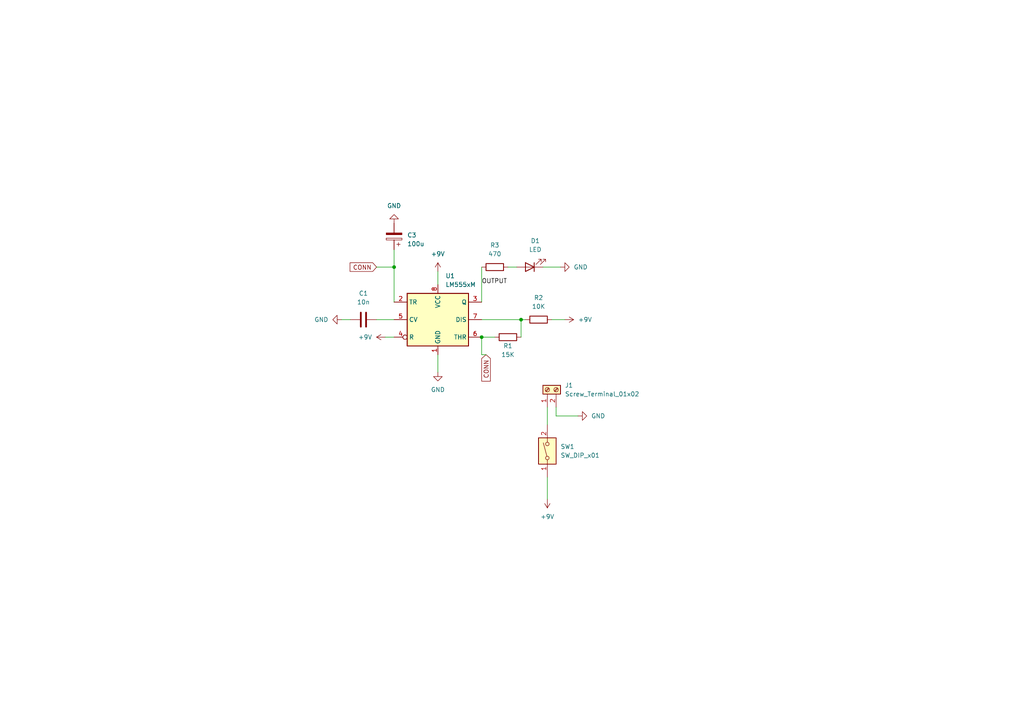
<source format=kicad_sch>
(kicad_sch (version 20230121) (generator eeschema)
  (paper "A4")
  (lib_symbols
    (symbol "Connector:Screw_Terminal_01x02" (pin_names (offset 1.016) hide)
      (property "Reference" "J" (at 0 2.54 0))
      (property "Value" "Screw_Terminal_01x02" (at 0 -5.08 0))
      (symbol "Screw_Terminal_01x02_1_1"
        (rectangle (start -1.27 1.27) (end 1.27 -3.81) (stroke (width 0.254)) (fill (type background)))
        (circle (center 0 -2.54) (radius 0.635) (stroke (width 0.1524)))
        (polyline (pts (xy -0.5334 -2.2098) (xy 0.3302 -3.048)) (stroke (width 0.1524)))
        (polyline (pts (xy -0.5334 0.3302) (xy 0.3302 -0.508)) (stroke (width 0.1524)))
        (polyline (pts (xy -0.3556 -2.032) (xy 0.508 -2.8702)) (stroke (width 0.1524)))
        (polyline (pts (xy -0.3556 0.508) (xy 0.508 -0.3302)) (stroke (width 0.1524)))
        (circle (center 0 0) (radius 0.635) (stroke (width 0.1524)))
        (pin passive line (at -5.08 0 0) (length 3.81) (name "Pin_1") (number "1"))
        (pin passive line (at -5.08 -2.54 0) (length 3.81) (name "Pin_2") (number "2"))
      )
    )
    (symbol "Device:C" (pin_numbers hide) (pin_names (offset 0.254))
      (property "Reference" "C" (at 0.635 2.54 0))
      (property "Value" "C" (at 0.635 -2.54 0))
      (symbol "C_0_1"
        (polyline (pts (xy -2.032 -0.762) (xy 2.032 -0.762)) (stroke (width 0.508)))
        (polyline (pts (xy -2.032 0.762) (xy 2.032 0.762)) (stroke (width 0.508)))
      )
      (symbol "C_1_1"
        (pin passive line (at 0 3.81 270) (length 2.794) (name "~") (number "1"))
        (pin passive line (at 0 -3.81 90) (length 2.794) (name "~") (number "2"))
      )
    )
    (symbol "Device:C_Polarized" (pin_numbers hide) (pin_names (offset 0.254))
      (property "Reference" "C" (at 0.635 2.54 0))
      (property "Value" "C_Polarized" (at 0.635 -2.54 0))
      (symbol "C_Polarized_0_1"
        (rectangle (start -2.286 0.508) (end 2.286 1.016))
        (polyline (pts (xy -1.778 2.286) (xy -0.762 2.286)))
        (polyline (pts (xy -1.27 2.794) (xy -1.27 1.778)))
        (rectangle (start 2.286 -0.508) (end -2.286 -1.016) (fill (type outline)))
      )
      (symbol "C_Polarized_1_1"
        (pin passive line (at 0 3.81 270) (length 2.794) (name "~") (number "1"))
        (pin passive line (at 0 -3.81 90) (length 2.794) (name "~") (number "2"))
      )
    )
    (symbol "Device:LED" (pin_numbers hide) (pin_names (offset 1.016) hide)
      (property "Reference" "D" (at 0 2.54 0))
      (property "Value" "LED" (at 0 -2.54 0))
      (symbol "LED_0_1"
        (polyline (pts (xy -1.27 -1.27) (xy -1.27 1.27)) (stroke (width 0.254)))
        (polyline (pts (xy -1.27 0) (xy 1.27 0)))
        (polyline (pts (xy 1.27 -1.27) (xy 1.27 1.27) (xy -1.27 0) (xy 1.27 -1.27)) (stroke (width 0.254)))
        (polyline (pts (xy -3.048 -0.762) (xy -4.572 -2.286) (xy -3.81 -2.286) (xy -4.572 -2.286) (xy -4.572 -1.524)))
        (polyline (pts (xy -1.778 -0.762) (xy -3.302 -2.286) (xy -2.54 -2.286) (xy -3.302 -2.286) (xy -3.302 -1.524)))
      )
      (symbol "LED_1_1"
        (pin passive line (at -3.81 0 0) (length 2.54) (name "K") (number "1"))
        (pin passive line (at 3.81 0 180) (length 2.54) (name "A") (number "2"))
      )
    )
    (symbol "Device:R" (pin_numbers hide) (pin_names (offset 0))
      (property "Reference" "R" (at 2.032 0 90))
      (property "Value" "R" (at 0 0 90))
      (symbol "R_0_1"
        (rectangle (start -1.016 -2.54) (end 1.016 2.54) (stroke (width 0.254)))
      )
      (symbol "R_1_1"
        (pin passive line (at 0 3.81 270) (length 1.27) (name "~") (number "1"))
        (pin passive line (at 0 -3.81 90) (length 1.27) (name "~") (number "2"))
      )
    )
    (symbol "Switch:SW_DIP_x01" (pin_names (offset 0) hide)
      (property "Reference" "SW" (at 0 3.81 0))
      (property "Value" "SW_DIP_x01" (at 0 -3.81 0))
      (symbol "SW_DIP_x01_0_0"
        (circle (center -2.032 0) (radius 0.508))
        (polyline (pts (xy -1.524 0.127) (xy 2.3622 1.1684)))
        (circle (center 2.032 0) (radius 0.508))
      )
      (symbol "SW_DIP_x01_0_1"
        (rectangle (start -3.81 2.54) (end 3.81 -2.54) (stroke (width 0.254)) (fill (type background)))
      )
      (symbol "SW_DIP_x01_1_1"
        (pin passive line (at -7.62 0 0) (length 5.08) (name "~") (number "1"))
        (pin passive line (at 7.62 0 180) (length 5.08) (name "~") (number "2"))
      )
    )
    (symbol "Timer:LM555xM"
      (property "Reference" "U" (at -10.16 8.89 0))
      (property "Value" "LM555xM" (at 2.54 8.89 0))
      (symbol "LM555xM_0_0"
        (pin power_in line (at 0 -10.16 90) (length 2.54) (name "GND") (number "1"))
        (pin power_in line (at 0 10.16 270) (length 2.54) (name "VCC") (number "8"))
      )
      (symbol "LM555xM_0_1"
        (rectangle (start -8.89 -7.62) (end 8.89 7.62) (stroke (width 0.254)) (fill (type background)))
        (rectangle (start -8.89 -7.62) (end 8.89 7.62) (stroke (width 0.254)) (fill (type background)))
      )
      (symbol "LM555xM_1_1"
        (pin input line (at -12.7 5.08 0) (length 3.81) (name "TR") (number "2"))
        (pin output line (at 12.7 5.08 180) (length 3.81) (name "Q") (number "3"))
        (pin input inverted (at -12.7 -5.08 0) (length 3.81) (name "R") (number "4"))
        (pin input line (at -12.7 0 0) (length 3.81) (name "CV") (number "5"))
        (pin input line (at 12.7 -5.08 180) (length 3.81) (name "THR") (number "6"))
        (pin input line (at 12.7 0 180) (length 3.81) (name "DIS") (number "7"))
      )
    )
    (symbol "power:+9V" (power) (pin_names (offset 0))
      (property "Value" "+9V" (at 0 3.556 0))
      (symbol "+9V_0_1"
        (polyline (pts (xy -0.762 1.27) (xy 0 2.54)))
        (polyline (pts (xy 0 0) (xy 0 2.54)))
        (polyline (pts (xy 0 2.54) (xy 0.762 1.27)))
      )
      (symbol "+9V_1_1"
        (pin power_in line (at 0 0 90) (length 0) hide (name "+9V") (number "1"))
      )
    )
    (symbol "power:GND" (power) (pin_names (offset 0))
      (property "Value" "GND" (at 0 -3.81 0))
      (symbol "GND_0_1"
        (polyline (pts (xy 0 0) (xy 0 -1.27) (xy 1.27 -1.27) (xy 0 -2.54) (xy -1.27 -1.27) (xy 0 -1.27)))
      )
      (symbol "GND_1_1"
        (pin power_in line (at 0 0 270) (length 0) hide (name "GND") (number "1"))
      )
    )
  )
  (junction (at 114.3 77.47))
  (junction (at 151.13 92.71))
  (junction (at 139.7 97.79))
  (wire (pts (xy 151.13 92.71) (xy 152.4 92.71)))
  (wire (pts (xy 158.75 118.11) (xy 158.75 123.19)))
  (wire (pts (xy 127 78.74) (xy 127 82.55)))
  (wire (pts (xy 109.22 92.71) (xy 114.3 92.71)))
  (wire (pts (xy 127 107.95) (xy 127 102.87)))
  (wire (pts (xy 139.7 92.71) (xy 151.13 92.71)))
  (wire (pts (xy 167.64 120.65) (xy 161.29 120.65)))
  (wire (pts (xy 139.7 77.47) (xy 139.7 87.63)))
  (wire (pts (xy 157.48 77.47) (xy 162.56 77.47)))
  (wire (pts (xy 114.3 72.39) (xy 114.3 77.47)))
  (wire (pts (xy 147.32 77.47) (xy 149.86 77.47)))
  (wire (pts (xy 139.7 102.87) (xy 140.97 102.87)))
  (wire (pts (xy 139.7 97.79) (xy 139.7 102.87)))
  (wire (pts (xy 99.06 92.71) (xy 101.6 92.71)))
  (wire (pts (xy 109.22 77.47) (xy 114.3 77.47)))
  (wire (pts (xy 151.13 92.71) (xy 151.13 97.79)))
  (wire (pts (xy 143.51 97.79) (xy 139.7 97.79)))
  (wire (pts (xy 163.83 92.71) (xy 160.02 92.71)))
  (wire (pts (xy 161.29 120.65) (xy 161.29 118.11)))
  (wire (pts (xy 114.3 77.47) (xy 114.3 87.63)))
  (wire (pts (xy 111.76 97.79) (xy 114.3 97.79)))
  (wire (pts (xy 158.75 138.43) (xy 158.75 144.78)))
  (label "OUTPUT" (at 139.7 82.55 0))
  (global_label "CONN" (shape input) (at 140.97 102.87 270) (property "Intersheetrefs" "${INTERSHEET_REFS}" (effects hide)))
  (global_label "CONN" (shape input) (at 109.22 77.47 180) (property "Intersheetrefs" "${INTERSHEET_REFS}" (effects hide)))
  (symbol (lib_id "Device:C") (at 105.41 92.71 90) (unit 1)
    (property "Reference" "C1" (at 105.41 85.09 90))
    (property "Value" "10n" (at 105.41 87.63 90))
    (property "Footprint" "Capacitor_THT:C_Disc_D4.7mm_W2.5mm_P5.00mm" (effects hide))
  )
  (symbol (lib_id "power:GND") (at 114.3 64.77 180) (unit 1)
    (property "Reference" "#PWR06" (effects hide))
    (property "Value" "GND" (at 114.3 59.69 0))
  )
  (symbol (lib_id "Device:R") (at 143.51 77.47 90) (unit 1)
    (property "Reference" "R3" (at 143.51 71.12 90))
    (property "Value" "470" (at 143.51 73.66 90))
    (property "Footprint" "Resistor_THT:R_Axial_DIN0207_L6.3mm_D2.5mm_P10.16mm_Horizontal" (effects hide))
  )
  (symbol (lib_id "Switch:SW_DIP_x01") (at 158.75 130.81 90) (unit 1)
    (property "Reference" "SW1" (at 162.56 129.54 90) (effects (justify right)))
    (property "Value" "SW_DIP_x01" (at 162.56 132.08 90) (effects (justify right)))
    (property "Footprint" "Button_Switch_THT:SW_DIP_SPSTx01_Slide_6.7x4.1mm_W7.62mm_P2.54mm_LowProfile" (effects hide))
  )
  (symbol (lib_id "Device:C_Polarized") (at 114.3 68.58 180) (unit 1)
    (property "Reference" "C3" (at 118.11 68.199 0) (effects (justify right)))
    (property "Value" "100u" (at 118.11 70.739 0) (effects (justify right)))
    (property "Footprint" "Capacitor_THT:CP_Radial_D12.5mm_P7.50mm" (effects hide))
  )
  (symbol (lib_id "power:GND") (at 127 107.95 0) (unit 1)
    (property "Reference" "#PWR01" (effects hide))
    (property "Value" "GND" (at 127 113.03 0))
  )
  (symbol (lib_id "Device:R") (at 156.21 92.71 90) (unit 1)
    (property "Reference" "R2" (at 156.21 86.36 90))
    (property "Value" "10K" (at 156.21 88.9 90))
    (property "Footprint" "Resistor_THT:R_Axial_DIN0207_L6.3mm_D2.5mm_P10.16mm_Horizontal" (effects hide))
  )
  (symbol (lib_id "Timer:LM555xM") (at 127 92.71 0) (unit 1)
    (property "Reference" "U1" (at 129.1941 80.01 0) (effects (justify left)))
    (property "Value" "LM555xM" (at 129.1941 82.55 0) (effects (justify left)))
    (property "Footprint" "Package_SO:SOIC-8_3.9x4.9mm_P1.27mm" (effects hide))
    (property "Datasheet" "http://www.ti.com/lit/ds/symlink/lm555.pdf" (effects hide))
  )
  (symbol (lib_id "power:GND") (at 99.06 92.71 270) (unit 1)
    (property "Reference" "#PWR04" (effects hide))
    (property "Value" "GND" (at 95.25 92.71 90) (effects (justify right)))
  )
  (symbol (lib_id "power:+9V") (at 127 78.74 0) (unit 1)
    (property "Reference" "#PWR02" (effects hide))
    (property "Value" "+9V" (at 127 73.66 0))
  )
  (symbol (lib_id "power:GND") (at 167.64 120.65 90) (unit 1)
    (property "Reference" "#PWR09" (effects hide))
    (property "Value" "GND" (at 171.45 120.65 90) (effects (justify right)))
  )
  (symbol (lib_id "Device:LED") (at 153.67 77.47 180) (unit 1)
    (property "Reference" "D1" (at 155.2575 69.85 0))
    (property "Value" "LED" (at 155.2575 72.39 0))
    (property "Footprint" "LED_THT:LED_D5.0mm" (effects hide))
  )
  (symbol (lib_id "power:+9V") (at 163.83 92.71 270) (unit 1)
    (property "Reference" "#PWR05" (effects hide))
    (property "Value" "+9V" (at 167.64 92.71 90) (effects (justify left)))
  )
  (symbol (lib_id "Connector:Screw_Terminal_01x02") (at 158.75 113.03 90) (unit 1)
    (property "Reference" "J1" (at 163.83 111.76 90) (effects (justify right)))
    (property "Value" "Screw_Terminal_01x02" (at 163.83 114.3 90) (effects (justify right)))
    (property "Footprint" "Connector_BarrelJack:BarrelJack_CUI_PJ-063AH_Horizontal" (effects hide))
  )
  (symbol (lib_id "power:+9V") (at 111.76 97.79 90) (unit 1)
    (property "Reference" "#PWR03" (effects hide))
    (property "Value" "+9V" (at 107.95 97.79 90) (effects (justify left)))
  )
  (symbol (lib_id "power:GND") (at 162.56 77.47 90) (unit 1)
    (property "Reference" "#PWR07" (effects hide))
    (property "Value" "GND" (at 166.37 77.47 90) (effects (justify right)))
  )
  (symbol (lib_id "Device:R") (at 147.32 97.79 90) (unit 1)
    (property "Reference" "R1" (at 147.32 100.33 90))
    (property "Value" "15K" (at 147.32 102.87 90))
    (property "Footprint" "Resistor_THT:R_Axial_DIN0207_L6.3mm_D2.5mm_P10.16mm_Horizontal" (effects hide))
  )
  (symbol (lib_id "power:+9V") (at 158.75 144.78 180) (unit 1)
    (property "Reference" "#PWR08" (effects hide))
    (property "Value" "+9V" (at 158.75 149.86 0))
  )
)
</source>
